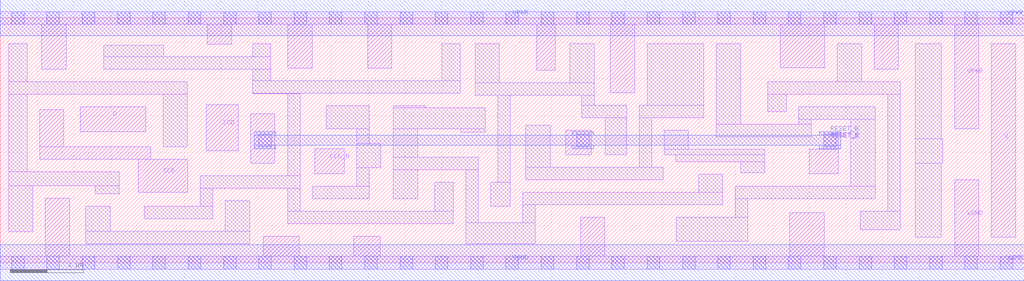
<source format=lef>
# Copyright 2020 The SkyWater PDK Authors
#
# Licensed under the Apache License, Version 2.0 (the "License");
# you may not use this file except in compliance with the License.
# You may obtain a copy of the License at
#
#     https://www.apache.org/licenses/LICENSE-2.0
#
# Unless required by applicable law or agreed to in writing, software
# distributed under the License is distributed on an "AS IS" BASIS,
# WITHOUT WARRANTIES OR CONDITIONS OF ANY KIND, either express or implied.
# See the License for the specific language governing permissions and
# limitations under the License.
#
# SPDX-License-Identifier: Apache-2.0

VERSION 5.7 ;
  NAMESCASESENSITIVE ON ;
  NOWIREEXTENSIONATPIN ON ;
  DIVIDERCHAR "/" ;
  BUSBITCHARS "[]" ;
UNITS
  DATABASE MICRONS 200 ;
END UNITS
MACRO sky130_fd_sc_hs__sdfrtn_1
  CLASS CORE ;
  SOURCE USER ;
  FOREIGN sky130_fd_sc_hs__sdfrtn_1 ;
  ORIGIN  0.000000  0.000000 ;
  SIZE  13.92000 BY  3.330000 ;
  SYMMETRY X Y R90 ;
  SITE unit ;
  PIN D
    ANTENNAGATEAREA  0.159000 ;
    DIRECTION INPUT ;
    USE SIGNAL ;
    PORT
      LAYER li1 ;
        RECT 1.085000 1.780000 1.980000 2.120000 ;
    END
  END D
  PIN Q
    ANTENNADIFFAREA  0.546900 ;
    DIRECTION OUTPUT ;
    USE SIGNAL ;
    PORT
      LAYER li1 ;
        RECT 13.475000 0.350000 13.805000 2.980000 ;
    END
  END Q
  PIN RESET_B
    ANTENNAGATEAREA  0.411000 ;
    DIRECTION INPUT ;
    USE SIGNAL ;
    PORT
      LAYER li1 ;
        RECT  3.405000 1.355000  3.735000 2.025000 ;
        RECT  7.685000 1.470000  8.035000 1.800000 ;
        RECT 10.995000 1.210000 11.395000 1.540000 ;
        RECT 11.195000 1.540000 11.395000 1.780000 ;
      LAYER mcon ;
        RECT  3.515000 1.580000  3.685000 1.750000 ;
        RECT  7.835000 1.580000  8.005000 1.750000 ;
        RECT 11.195000 1.580000 11.365000 1.750000 ;
      LAYER met1 ;
        RECT  3.455000 1.550000  3.745000 1.595000 ;
        RECT  3.455000 1.595000 11.425000 1.735000 ;
        RECT  3.455000 1.735000  3.745000 1.780000 ;
        RECT  7.775000 1.550000  8.065000 1.595000 ;
        RECT  7.775000 1.735000  8.065000 1.780000 ;
        RECT 11.135000 1.550000 11.425000 1.595000 ;
        RECT 11.135000 1.735000 11.425000 1.780000 ;
    END
  END RESET_B
  PIN SCD
    ANTENNAGATEAREA  0.159000 ;
    DIRECTION INPUT ;
    USE SIGNAL ;
    PORT
      LAYER li1 ;
        RECT 2.800000 1.525000 3.235000 2.150000 ;
    END
  END SCD
  PIN SCE
    ANTENNAGATEAREA  0.318000 ;
    DIRECTION INPUT ;
    USE SIGNAL ;
    PORT
      LAYER li1 ;
        RECT 0.535000 1.410000 2.045000 1.580000 ;
        RECT 0.535000 1.580000 0.865000 2.080000 ;
        RECT 1.875000 0.955000 2.550000 1.410000 ;
    END
  END SCE
  PIN CLK_N
    ANTENNAGATEAREA  0.279000 ;
    DIRECTION INPUT ;
    USE CLOCK ;
    PORT
      LAYER li1 ;
        RECT 4.275000 1.210000 4.675000 1.550000 ;
    END
  END CLK_N
  PIN VGND
    DIRECTION INOUT ;
    USE GROUND ;
    PORT
      LAYER li1 ;
        RECT  0.000000 -0.085000 13.920000 0.085000 ;
        RECT  0.615000  0.085000  0.945000 0.880000 ;
        RECT  3.575000  0.085000  4.065000 0.360000 ;
        RECT  4.805000  0.085000  5.165000 0.360000 ;
        RECT  7.890000  0.085000  8.220000 0.620000 ;
        RECT 10.730000  0.085000 11.200000 0.680000 ;
        RECT 12.975000  0.085000 13.305000 1.130000 ;
      LAYER mcon ;
        RECT  0.155000 -0.085000  0.325000 0.085000 ;
        RECT  0.635000 -0.085000  0.805000 0.085000 ;
        RECT  1.115000 -0.085000  1.285000 0.085000 ;
        RECT  1.595000 -0.085000  1.765000 0.085000 ;
        RECT  2.075000 -0.085000  2.245000 0.085000 ;
        RECT  2.555000 -0.085000  2.725000 0.085000 ;
        RECT  3.035000 -0.085000  3.205000 0.085000 ;
        RECT  3.515000 -0.085000  3.685000 0.085000 ;
        RECT  3.995000 -0.085000  4.165000 0.085000 ;
        RECT  4.475000 -0.085000  4.645000 0.085000 ;
        RECT  4.955000 -0.085000  5.125000 0.085000 ;
        RECT  5.435000 -0.085000  5.605000 0.085000 ;
        RECT  5.915000 -0.085000  6.085000 0.085000 ;
        RECT  6.395000 -0.085000  6.565000 0.085000 ;
        RECT  6.875000 -0.085000  7.045000 0.085000 ;
        RECT  7.355000 -0.085000  7.525000 0.085000 ;
        RECT  7.835000 -0.085000  8.005000 0.085000 ;
        RECT  8.315000 -0.085000  8.485000 0.085000 ;
        RECT  8.795000 -0.085000  8.965000 0.085000 ;
        RECT  9.275000 -0.085000  9.445000 0.085000 ;
        RECT  9.755000 -0.085000  9.925000 0.085000 ;
        RECT 10.235000 -0.085000 10.405000 0.085000 ;
        RECT 10.715000 -0.085000 10.885000 0.085000 ;
        RECT 11.195000 -0.085000 11.365000 0.085000 ;
        RECT 11.675000 -0.085000 11.845000 0.085000 ;
        RECT 12.155000 -0.085000 12.325000 0.085000 ;
        RECT 12.635000 -0.085000 12.805000 0.085000 ;
        RECT 13.115000 -0.085000 13.285000 0.085000 ;
        RECT 13.595000 -0.085000 13.765000 0.085000 ;
      LAYER met1 ;
        RECT 0.000000 -0.245000 13.920000 0.245000 ;
    END
  END VGND
  PIN VPWR
    DIRECTION INOUT ;
    USE POWER ;
    PORT
      LAYER li1 ;
        RECT  0.000000 3.245000 13.920000 3.415000 ;
        RECT  0.565000 2.630000  0.895000 3.245000 ;
        RECT  2.815000 2.970000  3.145000 3.245000 ;
        RECT  3.910000 2.645000  4.240000 3.245000 ;
        RECT  4.995000 2.645000  5.325000 3.245000 ;
        RECT  7.295000 2.615000  7.545000 3.245000 ;
        RECT  8.295000 2.310000  8.625000 3.245000 ;
        RECT 10.605000 2.650000 11.210000 3.245000 ;
        RECT 11.880000 2.630000 12.210000 3.245000 ;
        RECT 12.975000 1.820000 13.305000 3.245000 ;
      LAYER mcon ;
        RECT  0.155000 3.245000  0.325000 3.415000 ;
        RECT  0.635000 3.245000  0.805000 3.415000 ;
        RECT  1.115000 3.245000  1.285000 3.415000 ;
        RECT  1.595000 3.245000  1.765000 3.415000 ;
        RECT  2.075000 3.245000  2.245000 3.415000 ;
        RECT  2.555000 3.245000  2.725000 3.415000 ;
        RECT  3.035000 3.245000  3.205000 3.415000 ;
        RECT  3.515000 3.245000  3.685000 3.415000 ;
        RECT  3.995000 3.245000  4.165000 3.415000 ;
        RECT  4.475000 3.245000  4.645000 3.415000 ;
        RECT  4.955000 3.245000  5.125000 3.415000 ;
        RECT  5.435000 3.245000  5.605000 3.415000 ;
        RECT  5.915000 3.245000  6.085000 3.415000 ;
        RECT  6.395000 3.245000  6.565000 3.415000 ;
        RECT  6.875000 3.245000  7.045000 3.415000 ;
        RECT  7.355000 3.245000  7.525000 3.415000 ;
        RECT  7.835000 3.245000  8.005000 3.415000 ;
        RECT  8.315000 3.245000  8.485000 3.415000 ;
        RECT  8.795000 3.245000  8.965000 3.415000 ;
        RECT  9.275000 3.245000  9.445000 3.415000 ;
        RECT  9.755000 3.245000  9.925000 3.415000 ;
        RECT 10.235000 3.245000 10.405000 3.415000 ;
        RECT 10.715000 3.245000 10.885000 3.415000 ;
        RECT 11.195000 3.245000 11.365000 3.415000 ;
        RECT 11.675000 3.245000 11.845000 3.415000 ;
        RECT 12.155000 3.245000 12.325000 3.415000 ;
        RECT 12.635000 3.245000 12.805000 3.415000 ;
        RECT 13.115000 3.245000 13.285000 3.415000 ;
        RECT 13.595000 3.245000 13.765000 3.415000 ;
      LAYER met1 ;
        RECT 0.000000 3.085000 13.920000 3.575000 ;
    END
  END VPWR
  OBS
    LAYER li1 ;
      RECT  0.115000 0.420000  0.445000 1.050000 ;
      RECT  0.115000 1.050000  1.620000 1.240000 ;
      RECT  0.115000 1.240000  0.365000 2.290000 ;
      RECT  0.115000 2.290000  2.545000 2.460000 ;
      RECT  0.115000 2.460000  0.365000 2.980000 ;
      RECT  1.165000 0.255000  3.390000 0.425000 ;
      RECT  1.165000 0.425000  1.495000 0.765000 ;
      RECT  1.290000 0.935000  1.620000 1.050000 ;
      RECT  1.405000 2.630000  3.680000 2.800000 ;
      RECT  1.405000 2.800000  2.220000 2.960000 ;
      RECT  1.955000 0.595000  2.890000 0.765000 ;
      RECT  2.215000 1.580000  2.545000 2.290000 ;
      RECT  2.720000 0.765000  2.890000 1.015000 ;
      RECT  2.720000 1.015000  4.075000 1.185000 ;
      RECT  3.060000 0.425000  3.390000 0.845000 ;
      RECT  3.430000 2.300000  4.075000 2.305000 ;
      RECT  3.430000 2.305000  6.255000 2.475000 ;
      RECT  3.430000 2.475000  3.680000 2.630000 ;
      RECT  3.430000 2.800000  3.680000 2.980000 ;
      RECT  3.905000 0.530000  6.155000 0.700000 ;
      RECT  3.905000 0.700000  4.075000 1.015000 ;
      RECT  3.905000 1.185000  4.075000 2.300000 ;
      RECT  4.245000 0.870000  5.015000 1.040000 ;
      RECT  4.435000 1.820000  5.015000 2.135000 ;
      RECT  4.845000 1.040000  5.015000 1.290000 ;
      RECT  4.845000 1.290000  5.175000 1.620000 ;
      RECT  4.845000 1.620000  5.015000 1.820000 ;
      RECT  5.345000 0.870000  5.675000 1.265000 ;
      RECT  5.345000 1.265000  6.495000 1.435000 ;
      RECT  5.345000 1.435000  5.675000 1.820000 ;
      RECT  5.345000 1.820000  6.590000 2.105000 ;
      RECT  5.345000 2.105000  5.775000 2.135000 ;
      RECT  5.905000 0.700000  6.155000 1.095000 ;
      RECT  6.005000 2.475000  6.255000 2.980000 ;
      RECT  6.260000 1.775000  6.590000 1.820000 ;
      RECT  6.325000 0.255000  7.270000 0.545000 ;
      RECT  6.325000 0.545000  6.495000 1.265000 ;
      RECT  6.455000 2.275000  8.075000 2.445000 ;
      RECT  6.455000 2.445000  6.785000 2.980000 ;
      RECT  6.665000 0.765000  6.930000 1.095000 ;
      RECT  6.760000 1.095000  6.930000 2.275000 ;
      RECT  7.100000 0.545000  7.270000 0.790000 ;
      RECT  7.100000 0.790000  9.825000 0.960000 ;
      RECT  7.145000 1.130000  9.010000 1.300000 ;
      RECT  7.145000 1.300000  7.475000 1.870000 ;
      RECT  7.745000 2.445000  8.075000 2.980000 ;
      RECT  7.905000 1.970000  8.520000 2.140000 ;
      RECT  7.905000 2.140000  8.075000 2.275000 ;
      RECT  8.225000 1.470000  8.520000 1.970000 ;
      RECT  8.690000 1.300000  8.860000 1.970000 ;
      RECT  8.690000 1.970000  9.565000 2.140000 ;
      RECT  8.795000 2.140000  9.565000 2.980000 ;
      RECT  9.030000 1.470000 10.395000 1.540000 ;
      RECT  9.030000 1.540000  9.350000 1.800000 ;
      RECT  9.180000 1.370000 10.395000 1.470000 ;
      RECT  9.190000 0.290000 10.165000 0.620000 ;
      RECT  9.495000 0.960000  9.825000 1.200000 ;
      RECT  9.735000 1.710000 11.025000 1.880000 ;
      RECT  9.735000 1.880000 10.065000 2.980000 ;
      RECT  9.995000 0.620000 10.165000 0.870000 ;
      RECT  9.995000 0.870000 11.895000 1.040000 ;
      RECT 10.065000 1.225000 10.395000 1.370000 ;
      RECT 10.435000 2.050000 10.685000 2.290000 ;
      RECT 10.435000 2.290000 12.235000 2.460000 ;
      RECT 10.855000 1.880000 11.025000 1.950000 ;
      RECT 10.855000 1.950000 11.895000 2.120000 ;
      RECT 11.380000 2.460000 11.710000 2.980000 ;
      RECT 11.565000 1.040000 11.895000 1.950000 ;
      RECT 11.690000 0.450000 12.235000 0.700000 ;
      RECT 12.065000 0.700000 12.235000 2.290000 ;
      RECT 12.440000 0.350000 12.795000 1.355000 ;
      RECT 12.440000 1.355000 12.810000 1.685000 ;
      RECT 12.440000 1.685000 12.795000 2.980000 ;
  END
END sky130_fd_sc_hs__sdfrtn_1

</source>
